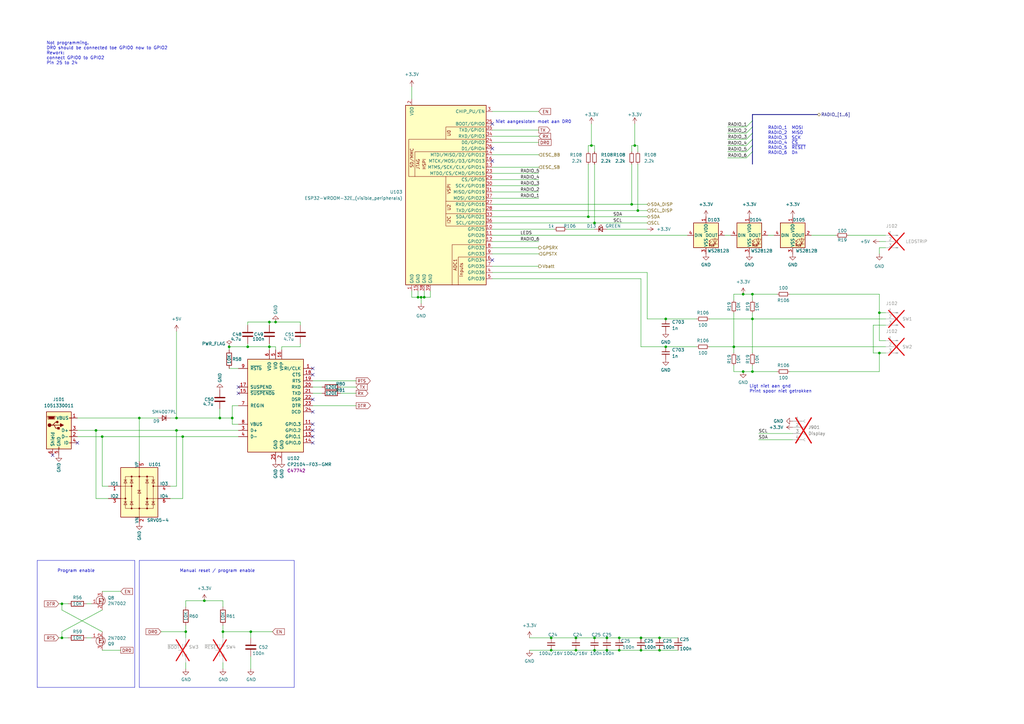
<source format=kicad_sch>
(kicad_sch (version 20230121) (generator eeschema)
  (paper "A3")
  (junction (at 76.2 259.08))
  (junction (at 57.15 171.45))
  (junction (at 259.08 83.82))
  (junction (at 39.37 176.53))
  (junction (at 243.84 266.7))
  (junction (at 254 261.62))
  (junction (at 95.25 171.45))
  (junction (at 243.84 261.62))
  (junction (at 91.44 259.08))
  (junction (at 270.51 261.62))
  (junction (at 270.51 266.7))
  (junction (at 236.22 266.7))
  (junction (at 171.45 121.92))
  (junction (at 226.06 266.7))
  (junction (at 83.82 246.38))
  (junction (at 273.05 130.81))
  (junction (at 248.92 261.62))
  (junction (at 72.39 176.53))
  (junction (at 248.92 266.7))
  (junction (at 101.6 142.24))
  (junction (at 254 266.7))
  (junction (at 273.05 142.24))
  (junction (at 308.61 130.81))
  (junction (at 173.99 121.92))
  (junction (at 300.99 142.24))
  (junction (at 243.84 91.44))
  (junction (at 102.87 259.08))
  (junction (at 360.68 128.27))
  (junction (at 304.8 120.65))
  (junction (at 261.62 86.36))
  (junction (at 308.61 152.4))
  (junction (at 360.68 144.78))
  (junction (at 304.8 152.4))
  (junction (at 242.57 59.69))
  (junction (at 110.49 142.24))
  (junction (at 236.22 261.62))
  (junction (at 113.03 132.08))
  (junction (at 110.49 132.08))
  (junction (at 262.89 266.7))
  (junction (at 90.17 171.45))
  (junction (at 241.3 88.9))
  (junction (at 25.4 247.65))
  (junction (at 226.06 261.62))
  (junction (at 262.89 261.62))
  (junction (at 25.4 261.62))
  (junction (at 41.91 179.07))
  (junction (at 308.61 120.65))
  (junction (at 93.98 142.24))
  (junction (at 172.72 121.92))
  (junction (at 72.39 171.45))
  (junction (at 260.35 59.69))
  (junction (at 74.93 179.07))
  (no_connect (at 201.93 106.68))
  (no_connect (at 201.93 60.96))
  (no_connect (at 128.27 163.83))
  (no_connect (at 201.93 50.8))
  (no_connect (at 128.27 168.91))
  (no_connect (at 97.79 158.75))
  (no_connect (at 97.79 161.29))
  (no_connect (at 128.27 151.13))
  (no_connect (at 21.59 186.69))
  (no_connect (at 128.27 173.99))
  (no_connect (at 31.75 181.61))
  (no_connect (at 128.27 181.61))
  (no_connect (at 128.27 176.53))
  (no_connect (at 128.27 179.07))
  (no_connect (at 128.27 153.67))
  (no_connect (at 201.93 66.04))
  (bus_entry (at 308.61 57.15) (size -2.54 2.54))
  (bus_entry (at 308.61 62.23) (size -2.54 2.54))
  (bus_entry (at 308.61 59.69) (size -2.54 2.54))
  (bus_entry (at 308.61 54.61) (size -2.54 2.54))
  (bus_entry (at 308.61 52.07) (size -2.54 2.54))
  (bus_entry (at 308.61 49.53) (size -2.54 2.54))
  (wire (pts (xy 57.15 171.45) (xy 57.15 189.23)))
  (wire (pts (xy 347.98 96.52) (xy 363.22 96.52)))
  (wire (pts (xy 226.06 261.62) (xy 236.22 261.62)))
  (wire (pts (xy 41.91 179.07) (xy 41.91 199.39)))
  (wire (pts (xy 220.98 68.58) (xy 201.93 68.58)))
  (wire (pts (xy 201.93 73.66) (xy 220.98 73.66)))
  (wire (pts (xy 115.57 143.51) (xy 115.57 142.24)))
  (wire (pts (xy 243.84 91.44) (xy 265.43 91.44)))
  (wire (pts (xy 323.85 120.65) (xy 360.68 120.65)))
  (bus (pts (xy 308.61 57.15) (xy 308.61 59.69)))
  (wire (pts (xy 290.83 130.81) (xy 308.61 130.81)))
  (wire (pts (xy 201.93 78.74) (xy 220.98 78.74)))
  (wire (pts (xy 101.6 132.08) (xy 110.49 132.08)))
  (wire (pts (xy 261.62 86.36) (xy 201.93 86.36)))
  (wire (pts (xy 360.68 128.27) (xy 363.22 128.27)))
  (wire (pts (xy 265.43 83.82) (xy 259.08 83.82)))
  (wire (pts (xy 172.72 121.92) (xy 172.72 124.46)))
  (wire (pts (xy 242.57 50.8) (xy 242.57 59.69)))
  (wire (pts (xy 304.8 152.4) (xy 308.61 152.4)))
  (wire (pts (xy 72.39 176.53) (xy 97.79 176.53)))
  (wire (pts (xy 308.61 120.65) (xy 318.77 120.65)))
  (wire (pts (xy 298.45 59.69) (xy 306.07 59.69)))
  (wire (pts (xy 311.15 177.8) (xy 325.12 177.8)))
  (wire (pts (xy 308.61 152.4) (xy 308.61 149.86)))
  (wire (pts (xy 308.61 130.81) (xy 363.22 130.81)))
  (wire (pts (xy 300.99 152.4) (xy 304.8 152.4)))
  (wire (pts (xy 232.41 93.98) (xy 243.84 93.98)))
  (wire (pts (xy 311.15 180.34) (xy 325.12 180.34)))
  (wire (pts (xy 201.93 99.06) (xy 220.98 99.06)))
  (wire (pts (xy 236.22 266.7) (xy 243.84 266.7)))
  (wire (pts (xy 172.72 121.92) (xy 173.99 121.92)))
  (wire (pts (xy 101.6 142.24) (xy 110.49 142.24)))
  (polyline (pts (xy 57.15 229.87) (xy 120.65 229.87)))
  (wire (pts (xy 254 261.62) (xy 262.89 261.62)))
  (wire (pts (xy 201.93 114.3) (xy 262.89 114.3)))
  (wire (pts (xy 242.57 59.69) (xy 243.84 59.69)))
  (wire (pts (xy 360.68 139.7) (xy 363.22 139.7)))
  (wire (pts (xy 139.7 161.29) (xy 146.05 161.29)))
  (wire (pts (xy 93.98 143.51) (xy 93.98 142.24)))
  (wire (pts (xy 300.99 149.86) (xy 300.99 152.4)))
  (wire (pts (xy 248.92 266.7) (xy 254 266.7)))
  (wire (pts (xy 110.49 133.35) (xy 110.49 132.08)))
  (wire (pts (xy 115.57 142.24) (xy 123.19 142.24)))
  (wire (pts (xy 95.25 171.45) (xy 95.25 173.99)))
  (wire (pts (xy 173.99 121.92) (xy 176.53 121.92)))
  (wire (pts (xy 297.18 96.52) (xy 299.72 96.52)))
  (wire (pts (xy 298.45 52.07) (xy 306.07 52.07)))
  (wire (pts (xy 132.08 158.75) (xy 128.27 158.75)))
  (wire (pts (xy 76.2 246.38) (xy 83.82 246.38)))
  (wire (pts (xy 113.03 142.24) (xy 113.03 143.51)))
  (wire (pts (xy 360.68 120.65) (xy 360.68 128.27)))
  (wire (pts (xy 308.61 130.81) (xy 308.61 144.78)))
  (wire (pts (xy 91.44 256.54) (xy 91.44 259.08)))
  (wire (pts (xy 110.49 142.24) (xy 113.03 142.24)))
  (wire (pts (xy 259.08 59.69) (xy 259.08 62.23)))
  (wire (pts (xy 57.15 171.45) (xy 64.77 171.45)))
  (wire (pts (xy 332.74 96.52) (xy 342.9 96.52)))
  (wire (pts (xy 25.4 261.62) (xy 27.94 261.62)))
  (wire (pts (xy 168.91 35.56) (xy 168.91 40.64)))
  (wire (pts (xy 69.85 204.47) (xy 74.93 204.47)))
  (wire (pts (xy 123.19 132.08) (xy 113.03 132.08)))
  (wire (pts (xy 261.62 67.31) (xy 261.62 86.36)))
  (wire (pts (xy 260.35 59.69) (xy 261.62 59.69)))
  (wire (pts (xy 201.93 93.98) (xy 227.33 93.98)))
  (wire (pts (xy 91.44 259.08) (xy 102.87 259.08)))
  (wire (pts (xy 201.93 76.2) (xy 220.98 76.2)))
  (wire (pts (xy 97.79 166.37) (xy 95.25 166.37)))
  (wire (pts (xy 290.83 142.24) (xy 300.99 142.24)))
  (wire (pts (xy 248.92 93.98) (xy 265.43 93.98)))
  (wire (pts (xy 44.45 204.47) (xy 39.37 204.47)))
  (wire (pts (xy 93.98 142.24) (xy 101.6 142.24)))
  (wire (pts (xy 360.68 99.06) (xy 363.22 99.06)))
  (wire (pts (xy 262.89 142.24) (xy 262.89 114.3)))
  (wire (pts (xy 248.92 261.62) (xy 254 261.62)))
  (wire (pts (xy 300.99 142.24) (xy 363.22 142.24)))
  (wire (pts (xy 304.8 120.65) (xy 308.61 120.65)))
  (wire (pts (xy 31.75 176.53) (xy 39.37 176.53)))
  (wire (pts (xy 41.91 250.19) (xy 25.4 259.08)))
  (wire (pts (xy 308.61 120.65) (xy 308.61 123.19)))
  (wire (pts (xy 83.82 246.38) (xy 91.44 246.38)))
  (wire (pts (xy 243.84 67.31) (xy 243.84 91.44)))
  (wire (pts (xy 101.6 132.08) (xy 101.6 133.35)))
  (wire (pts (xy 76.2 259.08) (xy 76.2 261.62)))
  (wire (pts (xy 123.19 133.35) (xy 123.19 132.08)))
  (wire (pts (xy 95.25 166.37) (xy 95.25 171.45)))
  (wire (pts (xy 168.91 121.92) (xy 168.91 119.38)))
  (wire (pts (xy 270.51 261.62) (xy 278.13 261.62)))
  (wire (pts (xy 72.39 171.45) (xy 90.17 171.45)))
  (wire (pts (xy 201.93 71.12) (xy 220.98 71.12)))
  (wire (pts (xy 217.17 261.62) (xy 226.06 261.62)))
  (wire (pts (xy 95.25 173.99) (xy 97.79 173.99)))
  (polyline (pts (xy 15.24 281.94) (xy 15.24 229.87)))
  (wire (pts (xy 243.84 261.62) (xy 248.92 261.62)))
  (wire (pts (xy 113.03 132.08) (xy 110.49 132.08)))
  (wire (pts (xy 273.05 142.24) (xy 285.75 142.24)))
  (wire (pts (xy 72.39 199.39) (xy 72.39 176.53)))
  (polyline (pts (xy 55.245 281.94) (xy 15.24 281.94)))
  (wire (pts (xy 31.75 179.07) (xy 41.91 179.07)))
  (wire (pts (xy 300.99 120.65) (xy 304.8 120.65)))
  (wire (pts (xy 35.56 261.62) (xy 37.465 261.62)))
  (wire (pts (xy 91.44 261.62) (xy 91.44 259.08)))
  (wire (pts (xy 201.93 88.9) (xy 241.3 88.9)))
  (wire (pts (xy 76.2 246.38) (xy 76.2 248.92)))
  (wire (pts (xy 220.98 58.42) (xy 201.93 58.42)))
  (wire (pts (xy 261.62 59.69) (xy 261.62 62.23)))
  (wire (pts (xy 241.3 88.9) (xy 265.43 88.9)))
  (wire (pts (xy 262.89 142.24) (xy 273.05 142.24)))
  (wire (pts (xy 76.2 274.32) (xy 76.2 271.78)))
  (wire (pts (xy 300.99 123.19) (xy 300.99 120.65)))
  (wire (pts (xy 360.68 144.78) (xy 363.22 144.78)))
  (wire (pts (xy 217.17 266.7) (xy 226.06 266.7)))
  (wire (pts (xy 360.68 128.27) (xy 360.68 139.7)))
  (wire (pts (xy 76.2 259.08) (xy 66.04 259.08)))
  (wire (pts (xy 102.87 259.08) (xy 102.87 261.62)))
  (wire (pts (xy 41.91 266.7) (xy 49.53 266.7)))
  (wire (pts (xy 201.93 96.52) (xy 281.94 96.52)))
  (wire (pts (xy 259.08 59.69) (xy 260.35 59.69)))
  (wire (pts (xy 90.17 171.45) (xy 95.25 171.45)))
  (wire (pts (xy 173.99 121.92) (xy 173.99 119.38)))
  (wire (pts (xy 226.06 266.7) (xy 236.22 266.7)))
  (wire (pts (xy 128.27 166.37) (xy 146.05 166.37)))
  (wire (pts (xy 74.93 179.07) (xy 97.79 179.07)))
  (wire (pts (xy 220.98 101.6) (xy 201.93 101.6)))
  (wire (pts (xy 243.84 266.7) (xy 248.92 266.7)))
  (wire (pts (xy 69.85 199.39) (xy 72.39 199.39)))
  (wire (pts (xy 363.22 101.6) (xy 360.68 101.6)))
  (wire (pts (xy 91.44 246.38) (xy 91.44 248.92)))
  (wire (pts (xy 262.89 266.7) (xy 270.51 266.7)))
  (polyline (pts (xy 120.65 281.94) (xy 57.15 281.94)))
  (wire (pts (xy 220.98 104.14) (xy 201.93 104.14)))
  (wire (pts (xy 260.35 50.8) (xy 260.35 59.69)))
  (wire (pts (xy 314.96 96.52) (xy 317.5 96.52)))
  (wire (pts (xy 72.39 135.89) (xy 72.39 171.45)))
  (bus (pts (xy 335.28 46.99) (xy 308.61 46.99)))
  (wire (pts (xy 298.45 64.77) (xy 306.07 64.77)))
  (wire (pts (xy 220.98 63.5) (xy 201.93 63.5)))
  (wire (pts (xy 110.49 140.97) (xy 110.49 142.24)))
  (wire (pts (xy 168.91 121.92) (xy 171.45 121.92)))
  (wire (pts (xy 308.61 152.4) (xy 318.77 152.4)))
  (polyline (pts (xy 57.15 281.94) (xy 57.15 229.87)))
  (wire (pts (xy 323.85 152.4) (xy 360.68 152.4)))
  (wire (pts (xy 171.45 121.92) (xy 172.72 121.92)))
  (wire (pts (xy 241.3 59.69) (xy 242.57 59.69)))
  (wire (pts (xy 110.49 142.24) (xy 110.49 143.51)))
  (wire (pts (xy 76.2 256.54) (xy 76.2 259.08)))
  (wire (pts (xy 39.37 176.53) (xy 72.39 176.53)))
  (wire (pts (xy 25.4 247.65) (xy 25.4 250.19)))
  (wire (pts (xy 39.37 176.53) (xy 39.37 204.47)))
  (wire (pts (xy 300.99 144.78) (xy 300.99 142.24)))
  (wire (pts (xy 220.98 109.22) (xy 201.93 109.22)))
  (wire (pts (xy 298.45 57.15) (xy 306.07 57.15)))
  (wire (pts (xy 97.79 151.13) (xy 93.98 151.13)))
  (wire (pts (xy 201.93 81.28) (xy 220.98 81.28)))
  (wire (pts (xy 360.68 101.6) (xy 360.68 104.14)))
  (wire (pts (xy 243.84 59.69) (xy 243.84 62.23)))
  (wire (pts (xy 41.91 179.07) (xy 74.93 179.07)))
  (wire (pts (xy 241.3 59.69) (xy 241.3 62.23)))
  (bus (pts (xy 308.61 46.99) (xy 308.61 49.53)))
  (wire (pts (xy 262.89 261.62) (xy 270.51 261.62)))
  (wire (pts (xy 102.87 269.24) (xy 102.87 274.32)))
  (wire (pts (xy 128.27 156.21) (xy 146.05 156.21)))
  (wire (pts (xy 35.56 247.65) (xy 37.465 247.65)))
  (wire (pts (xy 360.68 152.4) (xy 360.68 144.78)))
  (polyline (pts (xy 120.65 229.87) (xy 120.65 281.94)))
  (wire (pts (xy 259.08 67.31) (xy 259.08 83.82)))
  (wire (pts (xy 101.6 140.97) (xy 101.6 142.24)))
  (wire (pts (xy 270.51 266.7) (xy 278.13 266.7)))
  (wire (pts (xy 74.93 204.47) (xy 74.93 179.07)))
  (wire (pts (xy 102.87 259.08) (xy 111.76 259.08)))
  (polyline (pts (xy 15.24 229.87) (xy 55.245 229.87)))
  (wire (pts (xy 300.99 128.27) (xy 300.99 142.24)))
  (wire (pts (xy 132.08 161.29) (xy 128.27 161.29)))
  (wire (pts (xy 123.19 142.24) (xy 123.19 140.97)))
  (wire (pts (xy 31.75 171.45) (xy 57.15 171.45)))
  (wire (pts (xy 139.7 158.75) (xy 146.05 158.75)))
  (bus (pts (xy 308.61 52.07) (xy 308.61 54.61)))
  (wire (pts (xy 25.4 250.19) (xy 41.91 259.08)))
  (bus (pts (xy 308.61 59.69) (xy 308.61 62.23)))
  (wire (pts (xy 91.44 274.32) (xy 91.44 271.78)))
  (wire (pts (xy 220.98 55.88) (xy 201.93 55.88)))
  (wire (pts (xy 298.45 62.23) (xy 306.07 62.23)))
  (wire (pts (xy 69.85 171.45) (xy 72.39 171.45)))
  (wire (pts (xy 254 266.7) (xy 262.89 266.7)))
  (wire (pts (xy 241.3 67.31) (xy 241.3 88.9)))
  (wire (pts (xy 220.98 53.34) (xy 201.93 53.34)))
  (wire (pts (xy 220.98 45.72) (xy 201.93 45.72)))
  (wire (pts (xy 25.4 247.65) (xy 24.13 247.65)))
  (wire (pts (xy 265.43 130.81) (xy 273.05 130.81)))
  (wire (pts (xy 358.14 144.78) (xy 358.14 133.35)))
  (wire (pts (xy 308.61 128.27) (xy 308.61 130.81)))
  (wire (pts (xy 176.53 119.38) (xy 176.53 121.92)))
  (wire (pts (xy 25.4 261.62) (xy 24.13 261.62)))
  (wire (pts (xy 171.45 119.38) (xy 171.45 121.92)))
  (wire (pts (xy 201.93 91.44) (xy 243.84 91.44)))
  (wire (pts (xy 259.08 83.82) (xy 201.93 83.82)))
  (wire (pts (xy 25.4 247.65) (xy 27.94 247.65)))
  (wire (pts (xy 44.45 199.39) (xy 41.91 199.39)))
  (wire (pts (xy 273.05 130.81) (xy 285.75 130.81)))
  (wire (pts (xy 49.53 242.57) (xy 41.91 242.57)))
  (wire (pts (xy 201.93 111.76) (xy 265.43 111.76)))
  (wire (pts (xy 265.43 130.81) (xy 265.43 111.76)))
  (wire (pts (xy 298.45 54.61) (xy 306.07 54.61)))
  (wire (pts (xy 236.22 261.62) (xy 243.84 261.62)))
  (bus (pts (xy 308.61 62.23) (xy 308.61 67.31)))
  (bus (pts (xy 308.61 49.53) (xy 308.61 52.07)))
  (wire (pts (xy 25.4 261.62) (xy 25.4 259.08)))
  (wire (pts (xy 90.17 167.64) (xy 90.17 171.45)))
  (wire (pts (xy 358.14 133.35) (xy 363.22 133.35)))
  (wire (pts (xy 358.14 144.78) (xy 360.68 144.78)))
  (bus (pts (xy 308.61 54.61) (xy 308.61 57.15)))
  (wire (pts (xy 265.43 86.36) (xy 261.62 86.36)))
  (polyline (pts (xy 55.245 229.87) (xy 55.245 281.94)))
  (text "Ligt niet aan gnd\nPrint spoor niet getrokken" (at 307.34 161.29 0) (effects (font (size 1.27 1.27)) (justify left bottom)))
  (text "Program enable" (at 23.495 234.95 0) (effects (font (size 1.27 1.27)) (justify left bottom)))
  (text "RADIO_1  MOSI\nRADIO_2  MISO\nRADIO_3  SCK\nRADIO_4  ~{CS}\nRADIO_5  ~{RESET}\nRADIO_6  Dn\n" (at 314.96 63.5 0) (effects (font (size 1.27 1.27)) (justify left bottom)))
  (text "Not programming.\nDR0 should be connected toe GPIO0 now to GPIO2\nRework: \nconnect GPIO0 to GPIO2\nPin 25 to 24" (at 19.05 26.67 0) (effects (font (size 1.27 1.27)) (justify left bottom)))
  (text "Manual reset / program enable" (at 73.66 234.95 0) (effects (font (size 1.27 1.27)) (justify left bottom)))
  (text "Niet aangesloten moet aan DR0\n" (at 203.2 50.8 0) (effects (font (size 1.27 1.27)) (justify left bottom)))
  (label "RADIO_2" (at 213.36 78.74 0))
  (label "RADIO_3" (at 298.45 57.15 0))
  (label "RADIO_4" (at 213.36 73.66 0))
  (label "SDA" (at 311.15 180.34 0))
  (label "RADIO_6" (at 213.36 99.06 0))
  (label "SCL" (at 311.15 177.8 0))
  (label "RADIO_5" (at 298.45 62.23 0))
  (label "RADIO_5" (at 213.36 71.12 0))
  (label "RADIO_1" (at 213.36 81.28 0))
  (label "RADIO_2" (at 298.45 54.61 0))
  (label "RADIO_3" (at 213.36 76.2 0))
  (label "SDA" (at 251.46 88.9 0))
  (label "RADIO_6" (at 298.45 64.77 0))
  (label "LEDS" (at 213.36 96.52 0))
  (label "RADIO_4" (at 298.45 59.69 0))
  (label "SCL" (at 251.46 91.44 0))
  (label "RADIO_1" (at 298.45 52.07 0))
  (global_label "TX" (shape input) (at 146.05 158.75 0) (property "Intersheetrefs" "${INTERSHEET_REFS}" (effects hide)))
  (global_label "RTS" (shape input) (at 24.13 261.62 180) (property "Intersheetrefs" "${INTERSHEET_REFS}" (effects hide)))
  (global_label "DR0" (shape input) (at 66.04 259.08 180) (property "Intersheetrefs" "${INTERSHEET_REFS}" (effects hide)))
  (global_label "EN" (shape input) (at 111.76 259.08 0) (property "Intersheetrefs" "${INTERSHEET_REFS}" (effects hide)))
  (global_label "EN" (shape input) (at 49.53 242.57 0) (property "Intersheetrefs" "${INTERSHEET_REFS}" (effects hide)))
  (global_label "TX" (shape output) (at 220.98 53.34 0) (property "Intersheetrefs" "${INTERSHEET_REFS}" (effects hide)))
  (global_label "RX" (shape output) (at 146.05 161.29 0) (property "Intersheetrefs" "${INTERSHEET_REFS}" (effects hide)))
  (global_label "DTR" (shape input) (at 24.13 247.65 180) (property "Intersheetrefs" "${INTERSHEET_REFS}" (effects hide)))
  (global_label "DR0" (shape passive) (at 49.53 266.7 0) (property "Intersheetrefs" "${INTERSHEET_REFS}" (effects hide)))
  (global_label "EN" (shape input) (at 220.98 45.72 0) (property "Intersheetrefs" "${INTERSHEET_REFS}" (effects hide)))
  (global_label "DTR" (shape output) (at 146.05 166.37 0) (property "Intersheetrefs" "${INTERSHEET_REFS}" (effects hide)))
  (global_label "RTS" (shape output) (at 146.05 156.21 0) (property "Intersheetrefs" "${INTERSHEET_REFS}" (effects hide)))
  (global_label "RX" (shape input) (at 220.98 55.88 0) (property "Intersheetrefs" "${INTERSHEET_REFS}" (effects hide)))
  (global_label "DR0" (shape passive) (at 220.98 58.42 0) (property "Intersheetrefs" "${INTERSHEET_REFS}" (effects hide)))
  (hierarchical_label "Vbatt" (shape output) (at 220.98 109.22 0))
  (hierarchical_label "ESC_BB" (shape input) (at 220.98 63.5 0))
  (hierarchical_label "SDA" (shape bidirectional) (at 265.43 88.9 0))
  (hierarchical_label "ESC_SB" (shape input) (at 220.98 68.58 0))
  (hierarchical_label "GPSRX" (shape output) (at 220.98 101.6 0))
  (hierarchical_label "SCL" (shape input) (at 265.43 91.44 0))
  (hierarchical_label "GPSTX" (shape input) (at 220.98 104.14 0))
  (hierarchical_label "RADIO_[1..6]" (shape bidirectional) (at 335.28 46.99 0))
  (hierarchical_label "SCL_DISP" (shape input) (at 265.43 86.36 0))
  (hierarchical_label "SDA_DISP" (shape bidirectional) (at 265.43 83.82 0))
  (symbol (lib_id "power:+3.3V") (at 83.82 246.38 0) (unit 1)
    (property "Reference" "#PWR0105" (effects hide))
    (property "Value" "+3.3V" (at 83.82 241.3 0))
  )
  (symbol (lib_id "Device:C") (at 123.19 137.16 0) (unit 1)
    (property "Reference" "C51" (at 116.84 137.16 0) (effects (justify left)))
    (property "Value" "4.7u" (at 116.205 139.065 0) (effects (justify left)))
    (property "Footprint" "A_Device:C_0603" (effects hide))
    (property "LCSC" "C19666" (effects hide))
    (instances (project "Smartbox4.0_V1.3" (path "" (reference "C51") (unit 1))) (project "Nice-Buoy-V1_0" (path "" (reference "C105") (unit 1))))
  )
  (symbol (lib_id "Connector:USB_B_Mini") (at 24.13 176.53 0) (unit 1)
    (property "Reference" "J101" (at 24.13 163.83 0))
    (property "Value" "1051330011" (at 24.13 166.37 0))
    (property "Footprint" "Connector_USB:USB_Micro-B_Molex-105133-0001" (effects hide))
    (property "LCSC" "C586226" (effects hide))
  )
  (symbol (lib_id "Device:R_Small") (at 308.61 147.32 180) (unit 1)
    (property "Reference" "R19" (at 306.705 147.32 90))
    (property "Value" "10K" (at 310.515 147.32 90))
    (property "Footprint" "A_Device:R_0603" (effects hide))
    (property "LCSC" "C22843" (effects hide))
    (instances (project "NIKOLA-02-E-001_PCAScannerController_R1" (path "" (reference "R19") (unit 1))) (project "Nice-Buoy-V1_0" (path "" (reference "R28") (unit 1)) (path "" (reference "R118") (unit 1))))
  )
  (symbol (lib_id "Device:C") (at 101.6 137.16 0) (unit 1)
    (property "Reference" "C48" (at 95.25 137.16 0) (effects (justify left)))
    (property "Value" "4.7u" (at 94.615 139.065 0) (effects (justify left)))
    (property "Footprint" "A_Device:C_0603" (effects hide))
    (property "LCSC" "C19666" (effects hide))
    (instances (project "Smartbox4.0_V1.3" (path "" (reference "C48") (unit 1))) (project "Nice-Buoy-V1_0" (path "" (reference "C102") (unit 1))))
  )
  (symbol (lib_id "Device:C_Small") (at 236.22 264.16 0) (unit 1)
    (property "Reference" "C24" (at 234.95 260.35 0) (effects (justify left)))
    (property "Value" "100u/16V" (at 231.14 267.97 0) (effects (justify left)))
    (property "Footprint" "Capacitor_SMD:C_1210_3225Metric" (effects hide))
    (property "LCSC" "C90143" (effects hide))
    (instances (project "NIKOLA-02-E-001_PCAScannerController_R1" (path "" (reference "C24") (unit 1))) (project "Nice-Buoy-V1_0" (path "" (reference "C211") (unit 1)) (path "" (reference "C107") (unit 1))))
  )
  (symbol (lib_id "power:GND") (at 115.57 189.23 0) (unit 1)
    (property "Reference" "#PWR0122" (effects hide))
    (property "Value" "GND" (at 115.57 194.31 90))
    (instances (project "Smartbox4.0_V1.3" (path "" (reference "#PWR0122") (unit 1))) (project "Nice-Buoy-V1_0" (path "" (reference "#PWR0111") (unit 1))))
  )
  (symbol (lib_id "power:GND") (at 91.44 274.32 0) (unit 1)
    (property "Reference" "#PWR0123" (effects hide))
    (property "Value" "GND" (at 91.567 278.7142 0))
    (instances (project "Smartbox4.0_V1.3" (path "" (reference "#PWR0123") (unit 1))) (project "Nice-Buoy-V1_0" (path "" (reference "#PWR0107") (unit 1))))
  )
  (symbol (lib_id "power:GND") (at 307.34 104.14 0) (unit 1)
    (property "Reference" "#PWR0121" (effects hide))
    (property "Value" "GND" (at 307.34 108.585 0))
    (instances (project "Nice-Buoy-V1_0" (path "" (reference "#PWR0121") (unit 1)) (path "" (reference "#PWR0226") (unit 1)) (path "" (reference "#PWR0126") (unit 1))))
  )
  (symbol (lib_id "power:GND") (at 90.17 160.02 180) (unit 1)
    (property "Reference" "#PWR080" (effects hide))
    (property "Value" "GND" (at 90.17 154.94 90))
    (instances (project "Smartbox4.0_V1.3" (path "" (reference "#PWR080") (unit 1))) (project "Nice-Buoy-V1_0" (path "" (reference "#PWR0106") (unit 1))))
  )
  (symbol (lib_id "Switch:SW_Push") (at 91.44 266.7 90) (unit 1) (in_bom no) (dnp yes)
    (property "Reference" "SW4" (at 92.6592 265.3792 90) (effects (justify right)))
    (property "Value" "~{RESET}" (at 83.82 265.43 90) (effects (justify right)))
    (property "Footprint" "Connector_PinHeader_2.54mm:PinHeader_1x02_P2.54mm_Vertical" (effects hide))
    (property "Farnell" "-" (effects hide))
    (instances (project "Smartbox4.0_V1.3" (path "" (reference "SW4") (unit 1))) (project "Nice-Buoy-V1_0" (path "" (reference "SW102") (unit 1))))
  )
  (symbol (lib_id "power:GND") (at 113.03 189.23 0) (unit 1)
    (property "Reference" "#PWR0121" (effects hide))
    (property "Value" "GND" (at 113.03 194.31 90))
    (instances (project "Smartbox4.0_V1.3" (path "" (reference "#PWR0121") (unit 1))) (project "Nice-Buoy-V1_0" (path "" (reference "#PWR0110") (unit 1))))
  )
  (symbol (lib_id "Device:R_Small") (at 321.31 120.65 270) (unit 1)
    (property "Reference" "R106" (at 321.31 123.19 90))
    (property "Value" "100" (at 321.31 118.11 90))
    (property "Footprint" "A_Device:R_0603" (effects hide))
    (instances (project "Nice-Buoy-V1_0" (path "" (reference "R106") (unit 1)) (path "" (reference "R5") (unit 1)) (path "" (reference "R401") (unit 1)) (path "" (reference "R119") (unit 1))))
  )
  (symbol (lib_id "power:+3.3V") (at 325.12 175.26 90) (unit 1)
    (property "Reference" "#PWR0902" (effects hide))
    (property "Value" "+3.3V" (at 321.31 175.26 90) (effects (justify left)))
    (instances (project "Nice-Buoy-V1_0" (path "" (reference "#PWR0902") (unit 1)) (path "" (reference "#PWR0130") (unit 1))))
  )
  (symbol (lib_id "Device:R_Small") (at 300.99 125.73 180) (unit 1)
    (property "Reference" "R19" (at 299.085 125.73 90))
    (property "Value" "10K" (at 302.895 125.73 90))
    (property "Footprint" "A_Device:R_0603" (effects hide))
    (property "LCSC" "C22843" (effects hide))
    (instances (project "NIKOLA-02-E-001_PCAScannerController_R1" (path "" (reference "R19") (unit 1))) (project "Nice-Buoy-V1_0" (path "" (reference "R28") (unit 1)) (path "" (reference "R115") (unit 1))))
  )
  (symbol (lib_id "power:GND") (at 325.12 172.72 270) (unit 1)
    (property "Reference" "#PWR0901" (effects hide))
    (property "Value" "GND" (at 321.31 172.72 90) (effects (justify right)))
    (instances (project "Nice-Buoy-V1_0" (path "" (reference "#PWR0901") (unit 1)) (path "" (reference "#PWR0129") (unit 1))))
  )
  (symbol (lib_id "Device:C_Small") (at 278.13 264.16 0) (unit 1)
    (property "Reference" "C25" (at 278.765 262.255 0) (effects (justify left)))
    (property "Value" "100n" (at 278.765 266.065 0) (effects (justify left)))
    (property "Footprint" "A_Device:C_0603" (effects hide))
    (property "LCSC" "C14663" (effects hide))
    (instances (project "NIKOLA-02-E-001_PCAScannerController_R1" (path "" (reference "C25") (unit 1))) (project "Nice-Buoy-V1_0" (path "" (reference "C218") (unit 1)) (path "" (reference "C115") (unit 1))))
  )
  (symbol (lib_id "Confocal:CP2104-F03-GMR") (at 113.03 166.37 0) (unit 1)
    (property "Reference" "U102" (at 117.7641 187.96 0) (effects (justify left)))
    (property "Value" "CP2104-F03-GMR" (at 117.7641 190.5 0) (effects (justify left)))
    (property "Footprint" "Package_DFN_QFN:QFN-24-1EP_4x4mm_P0.5mm_EP2.6x2.6mm" (effects hide))
    (property "Datasheet" "https://datasheet.lcsc.com/lcsc/1809191938_SILICON-LABS-CP2104-F03-GMR_C47742.pdf" (effects hide))
    (property "LCSC" "C47742" (at 117.7641 193.04 0) (effects (justify left)))
  )
  (symbol (lib_id "Device:D_Small") (at 67.31 171.45 0) (mirror y) (unit 1)
    (property "Reference" "D9" (at 64.135 172.72 0))
    (property "Value" "SM4007PL" (at 67.31 168.91 0))
    (property "Footprint" "A_Device:D_SOD-123_2.85x1.8x1.3" (effects hide))
    (property "Datasheet" "https://datasheet.lcsc.com/lcsc/1809301215_MDD-Microdiode-Electronics-SM4007PL_C64898.pdf" (effects hide))
    (property "LCSC" "C64898 " (effects hide))
    (instances (project "Smartbox4.0_V1.3" (path "" (reference "D9") (unit 1))) (project "Nice-Buoy-V1_0" (path "" (reference "D101") (unit 1))))
  )
  (symbol (lib_id "SmartBox4-0V1.2-rescue:NFET_small-AirSupplies-Repeater_4x_V1_0-rescue-Repeater_4x_USB_V1.1-rescue") (at 40.64 262.89 0) (mirror x) (unit 1)
    (property "Reference" "Q9" (at 44.1452 264.0584 0) (effects (justify left)))
    (property "Value" "2N7002" (at 44.1452 261.747 0) (effects (justify left)))
    (property "Footprint" "A_IC_SOT:SOT-23_1.4x3_P0.95" (effects hide))
    (property "LCSC" "C8545" (effects hide))
    (property "Octopart" "C20917" (effects hide))
    (instances (project "Smartbox4.0_V1.3" (path "" (reference "Q9") (unit 1))) (project "Nice-Buoy-V1_0" (path "" (reference "Q102") (unit 1))))
  )
  (symbol (lib_id "power:+5V") (at 360.68 99.06 90) (unit 1)
    (property "Reference" "#PWR0131" (effects hide))
    (property "Value" "+5V" (at 356.87 99.06 90) (effects (justify left)))
  )
  (symbol (lib_id "Device:C_Small") (at 273.05 144.78 0) (unit 1)
    (property "Reference" "C703" (at 275.59 143.5163 0) (effects (justify left)))
    (property "Value" "1n" (at 275.59 146.0563 0) (effects (justify left)))
    (property "Footprint" "A_Device:C_0603" (effects hide))
    (property "LCSC" "C1588" (effects hide))
    (instances (project "Nice-Buoy-V1_0" (path "" (reference "C703") (unit 1)) (path "" (reference "C114") (unit 1))))
  )
  (symbol (lib_id "Device:R") (at 91.44 252.73 0) (unit 1)
    (property "Reference" "R61" (at 92.71 252.73 0) (effects (justify left)))
    (property "Value" "10K" (at 91.44 252.73 90))
    (property "Footprint" "A_Device:R_0603" (effects hide))
    (property "Farnell" "2331736" (effects hide))
    (property "MF" "TE CONNECTIVITY" (effects hide))
    (property "MFN" "CRGH0603F10K" (effects hide))
    (property "LCSC" "C25804" (effects hide))
    (instances (project "Smartbox4.0_V1.3" (path "" (reference "R61") (unit 1))) (project "Nice-Buoy-V1_0" (path "" (reference "R104") (unit 1))))
  )
  (symbol (lib_id "Device:R_Small") (at 288.29 130.81 90) (unit 1)
    (property "Reference" "R106" (at 288.29 128.27 90))
    (property "Value" "100" (at 288.29 133.35 90))
    (property "Footprint" "A_Device:R_0603" (effects hide))
    (instances (project "Nice-Buoy-V1_0" (path "" (reference "R106") (unit 1)) (path "" (reference "R5") (unit 1)) (path "" (reference "R401") (unit 1)) (path "" (reference "R113") (unit 1))))
  )
  (symbol (lib_id "Connector:Conn_01x03_Pin") (at 368.3 99.06 0) (mirror y) (unit 1) (in_bom no) (dnp yes)
    (property "Reference" "J102" (at 365.76 92.71 0))
    (property "Value" "LEDSTRIP" (at 375.92 99.06 0))
    (property "Footprint" "Connector_JST:JST_XH_B3B-XH-A_1x03_P2.50mm_Vertical" (effects hide))
    (property "LCSC" "C144394" (effects hide))
    (instances (project "Nice-Buoy-V1_0" (path "" (reference "J102") (unit 1)) (path "" (reference "J103") (unit 1))))
  )
  (symbol (lib_id "Device:R") (at 93.98 147.32 0) (unit 1)
    (property "Reference" "R58" (at 95.25 147.32 0) (effects (justify left)))
    (property "Value" "10K" (at 93.98 147.32 90))
    (property "Footprint" "A_Device:R_0603" (effects hide))
    (property "Farnell" "2331736" (effects hide))
    (property "MF" "TE CONNECTIVITY" (effects hide))
    (property "MFN" "CRGH0603F10K" (effects hide))
    (property "LCSC" "C25804" (effects hide))
    (instances (project "Smartbox4.0_V1.3" (path "" (reference "R58") (unit 1))) (project "Nice-Buoy-V1_0" (path "" (reference "R105") (unit 1))))
  )
  (symbol (lib_id "Device:R_Small") (at 241.3 64.77 0) (mirror y) (unit 1)
    (property "Reference" "R108" (at 238.76 63.5 0) (effects (justify left)))
    (property "Value" "2.2k" (at 238.76 66.04 0) (effects (justify left)))
    (property "Footprint" "A_Device:R_0603" (effects hide))
    (instances (project "Nice-Buoy-V1_0" (path "" (reference "R108") (unit 1)) (path "" (reference "R315") (unit 1)) (path "" (reference "R109") (unit 1))))
  )
  (symbol (lib_id "Device:C_Small") (at 226.06 264.16 0) (unit 1)
    (property "Reference" "C24" (at 224.79 260.35 0) (effects (justify left)))
    (property "Value" "100u/16V" (at 220.98 267.97 0) (effects (justify left)))
    (property "Footprint" "Capacitor_SMD:C_1210_3225Metric" (effects hide))
    (property "LCSC" "C90143" (effects hide))
    (instances (project "NIKOLA-02-E-001_PCAScannerController_R1" (path "" (reference "C24") (unit 1))) (project "Nice-Buoy-V1_0" (path "" (reference "C211") (unit 1)) (path "" (reference "C106") (unit 1))))
  )
  (symbol (lib_id "Device:R_Small") (at 261.62 64.77 0) (unit 1)
    (property "Reference" "R108" (at 264.16 63.5 0) (effects (justify left)))
    (property "Value" "2.2k" (at 264.16 66.04 0) (effects (justify left)))
    (property "Footprint" "A_Device:R_0603" (effects hide))
    (instances (project "Nice-Buoy-V1_0" (path "" (reference "R108") (unit 1)) (path "" (reference "R315") (unit 1)) (path "" (reference "R112") (unit 1))))
  )
  (symbol (lib_id "power:GND") (at 76.2 274.32 0) (unit 1)
    (property "Reference" "#PWR081" (effects hide))
    (property "Value" "GND" (at 76.327 278.7142 0))
    (instances (project "Smartbox4.0_V1.3" (path "" (reference "#PWR081") (unit 1))) (project "Nice-Buoy-V1_0" (path "" (reference "#PWR0104") (unit 1))))
  )
  (symbol (lib_id "Device:R_Small") (at 259.08 64.77 0) (mirror y) (unit 1)
    (property "Reference" "R108" (at 256.54 63.5 0) (effects (justify left)))
    (property "Value" "2.2k" (at 256.54 66.04 0) (effects (justify left)))
    (property "Footprint" "A_Device:R_0603" (effects hide))
    (instances (project "Nice-Buoy-V1_0" (path "" (reference "R108") (unit 1)) (path "" (reference "R315") (unit 1)) (path "" (reference "R111") (unit 1))))
  )
  (symbol (lib_id "Device:C") (at 110.49 137.16 0) (unit 1)
    (property "Reference" "C49" (at 104.14 137.16 0) (effects (justify left)))
    (property "Value" "100n" (at 103.505 139.065 0) (effects (justify left)))
    (property "Footprint" "A_Device:C_0603" (effects hide))
    (property "LCSC" "C14663" (effects hide))
    (instances (project "Smartbox4.0_V1.3" (path "" (reference "C49") (unit 1))) (project "Nice-Buoy-V1_0" (path "" (reference "C104") (unit 1))))
  )
  (symbol (lib_id "Device:R_Small") (at 243.84 64.77 0) (unit 1)
    (property "Reference" "R108" (at 246.38 63.5 0) (effects (justify left)))
    (property "Value" "2.2k" (at 246.38 66.04 0) (effects (justify left)))
    (property "Footprint" "A_Device:R_0603" (effects hide))
    (instances (project "Nice-Buoy-V1_0" (path "" (reference "R108") (unit 1)) (path "" (reference "R315") (unit 1)) (path "" (reference "R110") (unit 1))))
  )
  (symbol (lib_id "Device:R") (at 31.75 247.65 270) (unit 1)
    (property "Reference" "R56" (at 31.75 245.11 90))
    (property "Value" "10K" (at 31.75 247.65 90))
    (property "Footprint" "A_Device:R_0603" (effects hide))
    (property "Farnell" "2331736" (effects hide))
    (property "MF" "TE CONNECTIVITY" (effects hide))
    (property "MFN" "CRGH0603F10K" (effects hide))
    (property "LCSC" "C25804" (effects hide))
    (instances (project "Smartbox4.0_V1.3" (path "" (reference "R56") (unit 1))) (project "Nice-Buoy-V1_0" (path "" (reference "R101") (unit 1))))
  )
  (symbol (lib_id "Device:C_Small") (at 248.92 264.16 0) (unit 1)
    (property "Reference" "C25" (at 247.015 260.35 0) (effects (justify left)))
    (property "Value" "100n" (at 247.015 267.97 0) (effects (justify left)))
    (property "Footprint" "A_Device:C_0603" (effects hide))
    (property "LCSC" "C14663" (effects hide))
    (instances (project "NIKOLA-02-E-001_PCAScannerController_R1" (path "" (reference "C25") (unit 1))) (project "Nice-Buoy-V1_0" (path "" (reference "C217") (unit 1)) (path "" (reference "C109") (unit 1))))
  )
  (symbol (lib_id "SmartBox4-0V1.2-rescue:NFET_small-AirSupplies-Repeater_4x_V1_0-rescue-Repeater_4x_USB_V1.1-rescue") (at 40.64 246.38 0) (unit 1)
    (property "Reference" "Q8" (at 44.1452 245.2116 0) (effects (justify left)))
    (property "Value" "2N7002" (at 44.1452 247.523 0) (effects (justify left)))
    (property "Footprint" "A_IC_SOT:SOT-23_1.4x3_P0.95" (effects hide))
    (property "LCSC" "C8545" (effects hide))
    (property "Octopart" "C20917" (effects hide))
    (instances (project "Smartbox4.0_V1.3" (path "" (reference "Q8") (unit 1))) (project "Nice-Buoy-V1_0" (path "" (reference "Q101") (unit 1))))
  )
  (symbol (lib_id "power:GND") (at 24.13 186.69 0) (unit 1)
    (property "Reference" "#PWR073" (effects hide))
    (property "Value" "GND" (at 24.13 191.77 90))
    (instances (project "Smartbox4.0_V1.3" (path "" (reference "#PWR073") (unit 1))) (project "Nice-Buoy-V1_0" (path "" (reference "#PWR0101") (unit 1))))
  )
  (symbol (lib_id "power:GND") (at 325.12 104.14 0) (unit 1)
    (property "Reference" "#PWR0121" (effects hide))
    (property "Value" "GND" (at 325.12 108.585 0))
    (instances (project "Nice-Buoy-V1_0" (path "" (reference "#PWR0121") (unit 1)) (path "" (reference "#PWR0226") (unit 1)) (path "" (reference "#PWR0128") (unit 1))))
  )
  (symbol (lib_id "power:GND") (at 273.05 135.89 0) (unit 1)
    (property "Reference" "#PWR0121" (effects hide))
    (property "Value" "GND" (at 273.05 140.335 0))
    (instances (project "Nice-Buoy-V1_0" (path "" (reference "#PWR0121") (unit 1)) (path "" (reference "#PWR0226") (unit 1)) (path "" (reference "#PWR0119") (unit 1))))
  )
  (symbol (lib_id "LED:WS2812B") (at 289.56 96.52 0) (unit 1)
    (property "Reference" "D103" (at 292.735 90.17 0))
    (property "Value" "WS2812B" (at 294.64 102.87 0))
    (property "Footprint" "LED_SMD:LED_WS2812B_PLCC4_5.0x5.0mm_P3.2mm" (effects hide))
    (property "Datasheet" "https://cdn-shop.adafruit.com/datasheets/WS2812B.pdf" (effects hide))
  )
  (symbol (lib_id "power:+3.3V") (at 265.43 93.98 270) (unit 1)
    (property "Reference" "#PWR0118" (effects hide))
    (property "Value" "+3.3V" (at 269.24 93.98 90) (effects (justify left)))
  )
  (symbol (lib_id "Device:LED_Small") (at 246.38 93.98 0) (unit 1)
    (property "Reference" "D13" (at 242.57 92.71 0))
    (property "Value" "GREEN" (at 251.46 92.71 0))
    (property "Footprint" "A_Device:LED_0603" (effects hide))
    (instances (project "Nice-Buoy-V1_0" (path "" (reference "D13") (unit 1)) (path "" (reference "D102") (unit 1))))
  )
  (symbol (lib_id "power:GND") (at 273.05 147.32 0) (unit 1)
    (property "Reference" "#PWR0121" (effects hide))
    (property "Value" "GND" (at 273.05 151.765 0))
    (instances (project "Nice-Buoy-V1_0" (path "" (reference "#PWR0121") (unit 1)) (path "" (reference "#PWR0226") (unit 1)) (path "" (reference "#PWR0120") (unit 1))))
  )
  (symbol (lib_id "Device:R_Small") (at 300.99 147.32 180) (unit 1)
    (property "Reference" "R19" (at 299.085 147.32 90))
    (property "Value" "10K" (at 302.895 147.32 90))
    (property "Footprint" "A_Device:R_0603" (effects hide))
    (property "LCSC" "C22843" (effects hide))
    (instances (project "NIKOLA-02-E-001_PCAScannerController_R1" (path "" (reference "R19") (unit 1))) (project "Nice-Buoy-V1_0" (path "" (reference "R28") (unit 1)) (path "" (reference "R116") (unit 1))))
  )
  (symbol (lib_id "power:+3.3V") (at 260.35 50.8 0) (unit 1)
    (property "Reference" "#PWR0117" (effects hide))
    (property "Value" "+3.3V" (at 260.35 46.99 0))
  )
  (symbol (lib_id "Airsupplies:ESP32-WROOM-32E_(visible_peripherals)") (at 182.88 80.01 0) (unit 1)
    (property "Reference" "U103" (at 165.1 78.74 0) (effects (justify right)))
    (property "Value" "ESP32-WROOM-32E_(visible_peripherals)" (at 165.1 81.28 0) (effects (justify right)))
    (property "Footprint" "A_Module:ESP32-WROOM-32" (effects hide))
  )
  (symbol (lib_id "power:GND") (at 360.68 104.14 0) (unit 1)
    (property "Reference" "#PWR0116" (effects hide))
    (property "Value" "GND" (at 360.68 109.22 0))
    (instances (project "Nice-Buoy-V1_0" (path "" (reference "#PWR0116") (unit 1)) (path "" (reference "#PWR0132") (unit 1))))
  )
  (symbol (lib_id "Device:R") (at 135.89 158.75 270) (unit 1)
    (property "Reference" "R80" (at 139.7 157.48 90))
    (property "Value" "120E" (at 135.89 158.75 90))
    (property "Footprint" "A_Device:R_0603" (effects hide))
    (property "Farnell" "2531679" (effects hide))
    (property "MF" "	TE CONNECTIVITY" (effects hide))
    (property "MFN" "CRGS0603J120R" (effects hide))
    (property "Octopart" "https://octopart.com/search?q=120Ohm+0603&currency=EUR&specs=0" (effects hide))
    (property "LCSC" "C25205" (effects hide))
    (instances (project "Smartbox4.0_V1.3" (path "" (reference "R80") (unit 1))) (project "Nice-Buoy-V1_0" (path "" (reference "R106") (unit 1))))
  )
  (symbol (lib_id "power:+3.3V") (at 217.17 261.62 0) (unit 1)
    (property "Reference" "#PWR0114" (effects hide))
    (property "Value" "+3.3V" (at 217.17 256.54 0))
  )
  (symbol (lib_id "Device:C") (at 90.17 163.83 0) (unit 1)
    (property "Reference" "C50" (at 83.82 163.83 0) (effects (justify left)))
    (property "Value" "4.7u" (at 83.185 165.735 0) (effects (justify left)))
    (property "Footprint" "A_Device:C_0603" (effects hide))
    (property "LCSC" "C19666" (effects hide))
    (instances (project "Smartbox4.0_V1.3" (path "" (reference "C50") (unit 1))) (project "Nice-Buoy-V1_0" (path "" (reference "C101") (unit 1))))
  )
  (symbol (lib_id "Device:C") (at 102.87 265.43 0) (unit 1)
    (property "Reference" "C52" (at 106.045 265.43 0) (effects (justify left)))
    (property "Value" "100n" (at 103.505 267.97 0) (effects (justify left)))
    (property "Footprint" "A_Device:C_0603" (effects hide))
    (property "LCSC" "C14663" (effects hide))
    (instances (project "Smartbox4.0_V1.3" (path "" (reference "C52") (unit 1))) (project "Nice-Buoy-V1_0" (path "" (reference "C103") (unit 1))))
  )
  (symbol (lib_id "Connector:Conn_01x04_Socket") (at 330.2 175.26 0) (unit 1) (in_bom no) (dnp yes)
    (property "Reference" "J901" (at 331.47 175.26 0) (effects (justify left)))
    (property "Value" "Display" (at 331.47 177.8 0) (effects (justify left)))
    (property "Footprint" "A_Connector:Header_1x04_P2.54_Male" (effects hide))
    (instances (project "Nice-Buoy-V1_0" (path "" (reference "J901") (unit 1)) (path "" (reference "J102") (unit 1))))
  )
  (symbol (lib_id "Device:R_Small") (at 288.29 142.24 90) (unit 1)
    (property "Reference" "R106" (at 288.29 139.7 90))
    (property "Value" "100" (at 288.29 144.78 90))
    (property "Footprint" "A_Device:R_0603" (effects hide))
    (instances (project "Nice-Buoy-V1_0" (path "" (reference "R106") (unit 1)) (path "" (reference "R5") (unit 1)) (path "" (reference "R401") (unit 1)) (path "" (reference "R114") (unit 1))))
  )
  (symbol (lib_id "Connector:Conn_01x03_Pin") (at 368.3 130.81 0) (mirror y) (unit 1) (in_bom no) (dnp yes)
    (property "Reference" "J102" (at 365.76 124.46 0))
    (property "Value" "SW1" (at 372.11 130.81 0))
    (property "Footprint" "Connector_JST:JST_XH_B3B-XH-A_1x03_P2.50mm_Vertical" (effects hide))
    (property "LCSC" "C144394" (effects hide))
    (instances (project "Nice-Buoy-V1_0" (path "" (reference "J102") (unit 1)) (path "" (reference "J104") (unit 1))))
  )
  (symbol (lib_id "Device:R") (at 76.2 252.73 0) (unit 1)
    (property "Reference" "R60" (at 77.47 252.73 0) (effects (justify left)))
    (property "Value" "10K" (at 76.2 252.73 90))
    (property "Footprint" "A_Device:R_0603" (effects hide))
    (property "Farnell" "2331736" (effects hide))
    (property "MF" "TE CONNECTIVITY" (effects hide))
    (property "MFN" "CRGH0603F10K" (effects hide))
    (property "LCSC" "C25804" (effects hide))
    (instances (project "Smartbox4.0_V1.3" (path "" (reference "R60") (unit 1))) (project "Nice-Buoy-V1_0" (path "" (reference "R103") (unit 1))))
  )
  (symbol (lib_id "Switch:SW_Push") (at 76.2 266.7 90) (unit 1) (in_bom no) (dnp yes)
    (property "Reference" "SW3" (at 77.4192 265.3792 90) (effects (justify right)))
    (property "Value" "~{BOOT}" (at 68.58 265.43 90) (effects (justify right)))
    (property "Footprint" "Connector_PinHeader_2.54mm:PinHeader_1x02_P2.54mm_Vertical" (effects hide))
    (property "Farnell" "-" (effects hide))
    (instances (project "Smartbox4.0_V1.3" (path "" (reference "SW3") (unit 1))) (project "Nice-Buoy-V1_0" (path "" (reference "SW101") (unit 1))))
  )
  (symbol (lib_id "LED:WS2812B") (at 307.34 96.52 0) (unit 1)
    (property "Reference" "D104" (at 309.88 90.17 0))
    (property "Value" "WS2812B" (at 312.42 102.87 0))
    (property "Footprint" "LED_SMD:LED_WS2812B_PLCC4_5.0x5.0mm_P3.2mm" (effects hide))
    (property "Datasheet" "https://cdn-shop.adafruit.com/datasheets/WS2812B.pdf" (effects hide))
  )
  (symbol (lib_id "power:+3.3V") (at 307.34 88.9 0) (unit 1)
    (property "Reference" "#PWR0125" (effects hide))
    (property "Value" "+3.3V" (at 307.34 83.82 0))
  )
  (symbol (lib_id "Device:C_Small") (at 262.89 264.16 0) (unit 1)
    (property "Reference" "C25" (at 264.16 262.89 0) (effects (justify left)))
    (property "Value" "100n" (at 264.16 265.43 0) (effects (justify left)))
    (property "Footprint" "A_Device:C_0603" (effects hide))
    (property "LCSC" "C14663" (effects hide))
    (instances (project "NIKOLA-02-E-001_PCAScannerController_R1" (path "" (reference "C25") (unit 1))) (project "Nice-Buoy-V1_0" (path "" (reference "C218") (unit 1)) (path "" (reference "C111") (unit 1))))
  )
  (symbol (lib_id "power:GND") (at 172.72 124.46 0) (unit 1)
    (property "Reference" "#PWR0113" (effects hide))
    (property "Value" "GND" (at 172.72 129.54 0))
  )
  (symbol (lib_id "Device:R") (at 135.89 161.29 270) (unit 1)
    (property "Reference" "R81" (at 139.7 160.02 90))
    (property "Value" "120E" (at 135.89 161.29 90))
    (property "Footprint" "A_Device:R_0603" (effects hide))
    (property "Farnell" "2531679" (effects hide))
    (property "MF" "	TE CONNECTIVITY" (effects hide))
    (property "MFN" "CRGS0603J120R" (effects hide))
    (property "Octopart" "https://octopart.com/search?q=120Ohm+0603&currency=EUR&specs=0" (effects hide))
    (property "LCSC" "C25205" (effects hide))
    (instances (project "Smartbox4.0_V1.3" (path "" (reference "R81") (unit 1))) (project "Nice-Buoy-V1_0" (path "" (reference "R107") (unit 1))))
  )
  (symbol (lib_id "power:GND") (at 57.15 214.63 0) (unit 1)
    (property "Reference" "#PWR073" (effects hide))
    (property "Value" "GND" (at 57.15 219.71 90))
    (instances (project "Smartbox4.0_V1.3" (path "" (reference "#PWR073") (unit 1))) (project "Nice-Buoy-V1_0" (path "" (reference "#PWR0102") (unit 1))))
  )
  (symbol (lib_id "Connector:Conn_01x03_Pin") (at 368.3 142.24 0) (mirror y) (unit 1) (in_bom no) (dnp yes)
    (property "Reference" "J102" (at 365.76 135.89 0))
    (property "Value" "SW2" (at 372.11 142.24 0))
    (property "Footprint" "Connector_JST:JST_XH_B3B-XH-A_1x03_P2.50mm_Vertical" (effects hide))
    (property "LCSC" "C144394" (effects hide))
    (instances (project "Nice-Buoy-V1_0" (path "" (reference "J102") (unit 1)) (path "" (reference "J105") (unit 1))))
  )
  (symbol (lib_id "power:+3.3V") (at 304.8 120.65 0) (unit 1)
    (property "Reference" "#PWR0123" (effects hide))
    (property "Value" "+3.3V" (at 304.8 115.57 0))
  )
  (symbol (lib_id "Device:C_Small") (at 270.51 264.16 0) (unit 1)
    (property "Reference" "C25" (at 271.78 262.89 0) (effects (justify left)))
    (property "Value" "100n" (at 271.78 265.43 0) (effects (justify left)))
    (property "Footprint" "A_Device:C_0603" (effects hide))
    (property "LCSC" "C14663" (effects hide))
    (instances (project "NIKOLA-02-E-001_PCAScannerController_R1" (path "" (reference "C25") (unit 1))) (project "Nice-Buoy-V1_0" (path "" (reference "C218") (unit 1)) (path "" (reference "C112") (unit 1))))
  )
  (symbol (lib_id "power:GND") (at 113.03 132.08 180) (unit 1)
    (property "Reference" "#PWR0120" (effects hide))
    (property "Value" "GND" (at 113.03 127 90))
    (instances (project "Smartbox4.0_V1.3" (path "" (reference "#PWR0120") (unit 1))) (project "Nice-Buoy-V1_0" (path "" (reference "#PWR0109") (unit 1))))
  )
  (symbol (lib_id "Device:C_Small") (at 273.05 133.35 0) (unit 1)
    (property "Reference" "C703" (at 275.59 132.0863 0) (effects (justify left)))
    (property "Value" "1n" (at 275.59 134.6263 0) (effects (justify left)))
    (property "Footprint" "A_Device:C_0603" (effects hide))
    (property "LCSC" "C1588" (effects hide))
    (instances (project "Nice-Buoy-V1_0" (path "" (reference "C703") (unit 1)) (path "" (reference "C113") (unit 1))))
  )
  (symbol (lib_id "Power_Protection:SRV05-4") (at 57.15 201.93 0) (unit 1)
    (property "Reference" "U101" (at 63.5 190.5 0))
    (property "Value" "SRV05-4" (at 64.77 213.36 0))
    (property "Footprint" "Package_TO_SOT_SMD:SOT-23-6" (effects hide))
    (property "Datasheet" "http://www.onsemi.com/pub/Collateral/SRV05-4-D.PDF" (effects hide))
    (property "LCSC" "C558418" (effects hide))
    (instances (project "Nice-Buoy-V1_0" (path "" (reference "U101") (unit 1))) (project "HadesNT" (path "" (reference "U3") (unit 1))))
  )
  (symbol (lib_id "Device:R_Small") (at 229.87 93.98 90) (unit 1)
    (property "Reference" "R106" (at 233.68 92.71 90))
    (property "Value" "1k" (at 226.06 92.71 90))
    (property "Footprint" "A_Device:R_0603" (effects hide))
    (instances (project "Nice-Buoy-V1_0" (path "" (reference "R106") (unit 1)) (path "" (reference "R21") (unit 1)) (path "" (reference "R108") (unit 1))))
  )
  (symbol (lib_id "power:GND") (at 102.87 274.32 0) (unit 1)
    (property "Reference" "#PWR0124" (effects hide))
    (property "Value" "GND" (at 102.997 278.7142 0))
    (instances (project "Smartbox4.0_V1.3" (path "" (reference "#PWR0124") (unit 1))) (project "Nice-Buoy-V1_0" (path "" (reference "#PWR0108") (unit 1))))
  )
  (symbol (lib_id "Device:C_Small") (at 243.84 264.16 0) (unit 1)
    (property "Reference" "C25" (at 242.57 260.35 0) (effects (justify left)))
    (property "Value" "100n" (at 241.935 267.97 0) (effects (justify left)))
    (property "Footprint" "A_Device:C_0603" (effects hide))
    (property "LCSC" "C14663" (effects hide))
    (instances (project "NIKOLA-02-E-001_PCAScannerController_R1" (path "" (reference "C25") (unit 1))) (project "Nice-Buoy-V1_0" (path "" (reference "C217") (unit 1)) (path "" (reference "C108") (unit 1))))
  )
  (symbol (lib_id "Device:R_Small") (at 345.44 96.52 270) (unit 1)
    (property "Reference" "R19" (at 345.44 98.425 90))
    (property "Value" "100" (at 345.44 94.615 90))
    (property "Footprint" "A_Device:R_0603" (effects hide))
    (property "LCSC" "C22843" (effects hide))
    (instances (project "NIKOLA-02-E-001_PCAScannerController_R1" (path "" (reference "R19") (unit 1))) (project "Nice-Buoy-V1_0" (path "" (reference "R28") (unit 1)) (path "" (reference "R121") (unit 1))))
  )
  (symbol (lib_id "Device:C_Small") (at 254 264.16 0) (unit 1)
    (property "Reference" "C25" (at 254.635 262.89 0) (effects (justify left)))
    (property "Value" "100n" (at 255.27 265.43 0) (effects (justify left)))
    (property "Footprint" "A_Device:C_0603" (effects hide))
    (property "LCSC" "C14663" (effects hide))
    (instances (project "NIKOLA-02-E-001_PCAScannerController_R1" (path "" (reference "C25") (unit 1))) (project "Nice-Buoy-V1_0" (path "" (reference "C218") (unit 1)) (path "" (reference "C110") (unit 1))))
  )
  (symbol (lib_id "power:+3.3V") (at 289.56 88.9 0) (unit 1)
    (property "Reference" "#PWR0121" (effects hide))
    (property "Value" "+3.3V" (at 289.56 83.82 0))
  )
  (symbol (lib_id "Device:R_Small") (at 308.61 125.73 180) (unit 1)
    (property "Reference" "R19" (at 306.705 125.73 90))
    (property "Value" "10K" (at 310.515 125.73 90))
    (property "Footprint" "A_Device:R_0603" (effects hide))
    (property "LCSC" "C22843" (effects hide))
    (instances (project "NIKOLA-02-E-001_PCAScannerController_R1" (path "" (reference "R19") (unit 1))) (project "Nice-Buoy-V1_0" (path "" (reference "R28") (unit 1)) (path "" (reference "R117") (unit 1))))
  )
  (symbol (lib_id "power:GND") (at 217.17 266.7 0) (unit 1)
    (property "Reference" "#PWR0121" (effects hide))
    (property "Value" "GND" (at 217.17 271.145 0))
    (instances (project "Nice-Buoy-V1_0" (path "" (reference "#PWR0121") (unit 1)) (path "" (reference "#PWR0226") (unit 1)) (path "" (reference "#PWR0115") (unit 1))))
  )
  (symbol (lib_id "LED:WS2812B") (at 325.12 96.52 0) (unit 1)
    (property "Reference" "D105" (at 327.66 90.17 0))
    (property "Value" "WS2812B" (at 330.835 102.87 0))
    (property "Footprint" "LED_SMD:LED_WS2812B_PLCC4_5.0x5.0mm_P3.2mm" (effects hide))
    (property "Datasheet" "https://cdn-shop.adafruit.com/datasheets/WS2812B.pdf" (effects hide))
  )
  (symbol (lib_id "power:GND") (at 289.56 104.14 0) (unit 1)
    (property "Reference" "#PWR0121" (effects hide))
    (property "Value" "GND" (at 289.56 108.585 0))
    (instances (project "Nice-Buoy-V1_0" (path "" (reference "#PWR0121") (unit 1)) (path "" (reference "#PWR0226") (unit 1)) (path "" (reference "#PWR0122") (unit 1))))
  )
  (symbol (lib_id "Device:R") (at 31.75 261.62 270) (unit 1)
    (property "Reference" "R59" (at 31.75 259.08 90))
    (property "Value" "10K" (at 31.75 261.62 90))
    (property "Footprint" "A_Device:R_0603" (effects hide))
    (property "Farnell" "2331736" (effects hide))
    (property "MF" "TE CONNECTIVITY" (effects hide))
    (property "MFN" "CRGH0603F10K" (effects hide))
    (property "LCSC" "C25804" (effects hide))
    (instances (project "Smartbox4.0_V1.3" (path "" (reference "R59") (unit 1))) (project "Nice-Buoy-V1_0" (path "" (reference "R102") (unit 1))))
  )
  (symbol (lib_id "power:+5V") (at 72.39 135.89 0) (unit 1)
    (property "Reference" "#PWR0103" (effects hide))
    (property "Value" "+5V" (at 72.39 130.81 0))
  )
  (symbol (lib_id "Device:R_Small") (at 321.31 152.4 90) (unit 1)
    (property "Reference" "R106" (at 321.31 149.86 90))
    (property "Value" "100" (at 321.31 154.94 90))
    (property "Footprint" "A_Device:R_0603" (effects hide))
    (instances (project "Nice-Buoy-V1_0" (path "" (reference "R106") (unit 1)) (path "" (reference "R5") (unit 1)) (path "" (reference "R401") (unit 1)) (path "" (reference "R120") (unit 1))))
  )
  (symbol (lib_id "power:+3.3V") (at 325.12 88.9 0) (unit 1)
    (property "Reference" "#PWR0127" (effects hide))
    (property "Value" "+3.3V" (at 325.12 83.82 0))
  )
  (symbol (lib_id "power:PWR_FLAG") (at 93.98 142.24 0) (unit 1)
    (property "Reference" "#FLG04" (effects hide))
    (property "Value" "PWR_FLAG" (at 87.63 140.97 0))
    (instances (project "Nice-Buoy-V1_0" (path "" (reference "#FLG04") (unit 1)) (path "" (reference "#FLG0101") (unit 1))))
  )
  (symbol (lib_id "power:+3.3V") (at 168.91 35.56 0) (unit 1)
    (property "Reference" "#PWR0112" (effects hide))
    (property "Value" "+3.3V" (at 168.91 30.48 0))
  )
  (symbol (lib_id "power:+3.3V") (at 242.57 50.8 0) (unit 1)
    (property "Reference" "#PWR0116" (effects hide))
    (property "Value" "+3.3V" (at 242.57 46.99 0))
  )
  (symbol (lib_id "power:GND") (at 304.8 152.4 0) (unit 1)
    (property "Reference" "#PWR0121" (effects hide))
    (property "Value" "GND" (at 304.8 156.845 0))
    (instances (project "Nice-Buoy-V1_0" (path "" (reference "#PWR0121") (unit 1)) (path "" (reference "#PWR0226") (unit 1)) (path "" (reference "#PWR0124") (unit 1))))
  )
)
</source>
